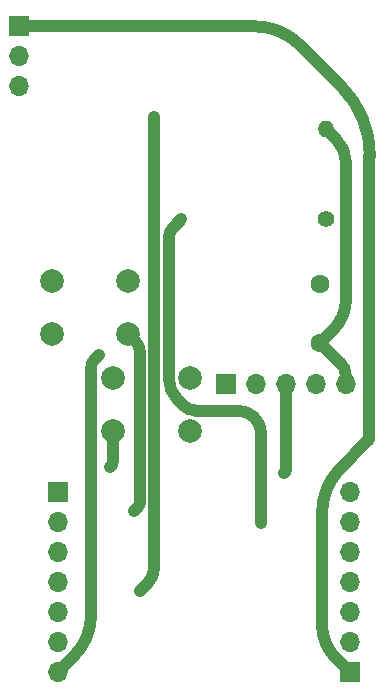
<source format=gbl>
%TF.GenerationSoftware,KiCad,Pcbnew,7.0.1*%
%TF.CreationDate,2023-04-13T23:50:02-04:00*%
%TF.ProjectId,YakBak-soldering-kit,59616b42-616b-42d7-936f-6c646572696e,rev?*%
%TF.SameCoordinates,Original*%
%TF.FileFunction,Copper,L2,Bot*%
%TF.FilePolarity,Positive*%
%FSLAX46Y46*%
G04 Gerber Fmt 4.6, Leading zero omitted, Abs format (unit mm)*
G04 Created by KiCad (PCBNEW 7.0.1) date 2023-04-13 23:50:02*
%MOMM*%
%LPD*%
G01*
G04 APERTURE LIST*
%TA.AperFunction,ComponentPad*%
%ADD10R,1.700000X1.700000*%
%TD*%
%TA.AperFunction,ComponentPad*%
%ADD11O,1.700000X1.700000*%
%TD*%
%TA.AperFunction,ComponentPad*%
%ADD12C,2.000000*%
%TD*%
%TA.AperFunction,ComponentPad*%
%ADD13C,1.600000*%
%TD*%
%TA.AperFunction,ComponentPad*%
%ADD14C,1.400000*%
%TD*%
%TA.AperFunction,ComponentPad*%
%ADD15O,1.400000X1.400000*%
%TD*%
%TA.AperFunction,ViaPad*%
%ADD16C,0.800000*%
%TD*%
%TA.AperFunction,Conductor*%
%ADD17C,1.000000*%
%TD*%
G04 APERTURE END LIST*
D10*
%TO.P,J2,1,Pin_1*%
%TO.N,/D0*%
X122250000Y-109660000D03*
D11*
%TO.P,J2,2,Pin_2*%
%TO.N,/D1*%
X122250000Y-107120000D03*
%TO.P,J2,3,Pin_3*%
%TO.N,/D2*%
X122250000Y-104580000D03*
%TO.P,J2,4,Pin_4*%
%TO.N,/D3*%
X122250000Y-102040000D03*
%TO.P,J2,5,Pin_5*%
%TO.N,/D4*%
X122250000Y-99500000D03*
%TO.P,J2,6,Pin_6*%
%TO.N,/D5*%
X122250000Y-96960000D03*
%TO.P,J2,7,Pin_7*%
%TO.N,/D6*%
X122250000Y-94420000D03*
%TD*%
D12*
%TO.P,SW1,1,1*%
%TO.N,GND*%
X97000000Y-76500000D03*
X103500000Y-76500000D03*
%TO.P,SW1,2,2*%
%TO.N,/D8*%
X97000000Y-81000000D03*
X103500000Y-81000000D03*
%TD*%
D10*
%TO.P,J1,1,Pin_1*%
%TO.N,/D7*%
X97500000Y-94420000D03*
D11*
%TO.P,J1,2,Pin_2*%
%TO.N,/D8*%
X97500000Y-96960000D03*
%TO.P,J1,3,Pin_3*%
%TO.N,/D9*%
X97500000Y-99500000D03*
%TO.P,J1,4,Pin_4*%
%TO.N,/D10*%
X97500000Y-102040000D03*
%TO.P,J1,5,Pin_5*%
%TO.N,+3.3V*%
X97500000Y-104580000D03*
%TO.P,J1,6,Pin_6*%
%TO.N,GND*%
X97500000Y-107120000D03*
%TO.P,J1,7,Pin_7*%
%TO.N,+5V*%
X97500000Y-109660000D03*
%TD*%
D12*
%TO.P,SW2,1,1*%
%TO.N,GND*%
X102212000Y-84750000D03*
X108712000Y-84750000D03*
%TO.P,SW2,2,2*%
%TO.N,/D7*%
X102212000Y-89250000D03*
X108712000Y-89250000D03*
%TD*%
D13*
%TO.P,C1,1*%
%TO.N,Net-(U3-A+)*%
X119750000Y-81750000D03*
%TO.P,C1,2*%
%TO.N,GND*%
X119750000Y-76750000D03*
%TD*%
D10*
%TO.P,U2,1,OUT*%
%TO.N,/D0*%
X94250000Y-54960000D03*
D11*
%TO.P,U2,2,GND*%
%TO.N,GND*%
X94250000Y-57500000D03*
%TO.P,U2,3,VCC*%
%TO.N,+3.3V*%
X94250000Y-60040000D03*
%TD*%
D14*
%TO.P,R1,1*%
%TO.N,/D10*%
X120250000Y-71310000D03*
D15*
%TO.P,R1,2*%
%TO.N,Net-(U3-A+)*%
X120250000Y-63690000D03*
%TD*%
D10*
%TO.P,U3,1,GND*%
%TO.N,GND*%
X111760000Y-85250000D03*
D11*
%TO.P,U3,2,Vin*%
%TO.N,+5V*%
X114300000Y-85250000D03*
%TO.P,U3,3,Shutdown*%
%TO.N,/D9*%
X116840000Y-85250000D03*
%TO.P,U3,4,A-*%
%TO.N,GND*%
X119380000Y-85250000D03*
%TO.P,U3,5,A+*%
%TO.N,Net-(U3-A+)*%
X121920000Y-85250000D03*
%TD*%
D16*
%TO.N,+5V*%
X100965000Y-82804000D03*
%TO.N,/D7*%
X101925000Y-92273000D03*
%TO.N,/D8*%
X104000000Y-96000000D03*
%TO.N,/D9*%
X116688000Y-92812000D03*
%TO.N,/D10*%
X107950000Y-71310000D03*
X114750000Y-97028000D03*
%TO.N,+3.3V*%
X104500000Y-102750000D03*
X105700000Y-62662696D03*
%TD*%
D17*
%TO.N,Net-(U3-A+)*%
X119750000Y-81750000D02*
X120835000Y-80665000D01*
X121085000Y-64525000D02*
X120250000Y-63690000D01*
X121920000Y-84585000D02*
X121920000Y-85250000D01*
X121920000Y-78045578D02*
X121920000Y-66540868D01*
X121449773Y-83449773D02*
X119750000Y-81750000D01*
X121920013Y-66540868D02*
G75*
G03*
X121085000Y-64525000I-2850913J-32D01*
G01*
X120835006Y-80665006D02*
G75*
G03*
X121920000Y-78045578I-2619406J2619406D01*
G01*
X121919985Y-84585000D02*
G75*
G03*
X121449772Y-83449774I-1605485J0D01*
G01*
%TO.N,+5V*%
X98915000Y-108245000D02*
X97500000Y-109660000D01*
X100965000Y-82804000D02*
X100647500Y-83121500D01*
X100330000Y-83888012D02*
X100330000Y-104828887D01*
X100647496Y-83121496D02*
G75*
G03*
X100330000Y-83888012I766504J-766504D01*
G01*
X98915004Y-108245004D02*
G75*
G03*
X100330000Y-104828887I-3416104J3416104D01*
G01*
%TO.N,/D0*%
X121069000Y-108479000D02*
X122250000Y-109660000D01*
X123832439Y-89908560D02*
X123825000Y-89916000D01*
X123839879Y-89880079D02*
X123839879Y-65960930D01*
X119888000Y-96194390D02*
X119888000Y-105627813D01*
X114174036Y-54960000D02*
X94250000Y-54960000D01*
X123839879Y-89911642D02*
X123839879Y-89946154D01*
X121331985Y-92499081D02*
X123808035Y-90023030D01*
X118021792Y-56553792D02*
X121510902Y-60042902D01*
X119887995Y-105627813D02*
G75*
G03*
X121069001Y-108478999I4032205J13D01*
G01*
X118021784Y-56553800D02*
G75*
G03*
X114174036Y-54960000I-3847784J-3847800D01*
G01*
X123839814Y-89911641D02*
G75*
G03*
X123832439Y-89908560I-4314J41D01*
G01*
X121331976Y-92499072D02*
G75*
G03*
X119888001Y-96194390I4014624J-3698528D01*
G01*
X123952026Y-65936234D02*
G75*
G03*
X121510902Y-60042902I-8334526J-66D01*
G01*
X123808050Y-90023045D02*
G75*
G03*
X123839879Y-89946154I-76850J76845D01*
G01*
%TO.N,/D7*%
X102068500Y-92129500D02*
X101925000Y-92273000D01*
X102212000Y-91783060D02*
X102212000Y-89250000D01*
X102068512Y-92129512D02*
G75*
G03*
X102212000Y-91783060I-346412J346412D01*
G01*
%TO.N,/D8*%
X104000000Y-81500000D02*
X103500000Y-81000000D01*
X104000000Y-96000000D02*
X104250000Y-95750000D01*
X104500000Y-95146446D02*
X104500000Y-82707106D01*
X104249986Y-95749986D02*
G75*
G03*
X104500000Y-95146446I-603586J603586D01*
G01*
X104499997Y-82707106D02*
G75*
G03*
X104000000Y-81500000I-1707097J6D01*
G01*
%TO.N,/D9*%
X116688000Y-92812000D02*
X116764000Y-92736000D01*
X116840000Y-92552519D02*
X116840000Y-85250000D01*
X116763994Y-92735994D02*
G75*
G03*
X116840000Y-92552519I-183494J183494D01*
G01*
%TO.N,/D10*%
X114750000Y-97028000D02*
X114750000Y-89499998D01*
X106900000Y-84716327D02*
X106900000Y-72889120D01*
X107679000Y-86597000D02*
X108130500Y-87048500D01*
X107630002Y-71651769D02*
X107651001Y-71620342D01*
X107950000Y-71310000D02*
X107751728Y-71508271D01*
X112750001Y-87500000D02*
X109220517Y-87500000D01*
X107244001Y-72058627D02*
X107534547Y-71768081D01*
X106899989Y-84716327D02*
G75*
G03*
X107679000Y-86597000I2659711J27D01*
G01*
X107243990Y-72058616D02*
G75*
G03*
X106900000Y-72889120I830510J-830484D01*
G01*
X107534541Y-71768075D02*
G75*
G03*
X107630001Y-71651769I-542841J542875D01*
G01*
X107751728Y-71508271D02*
G75*
G03*
X107698501Y-71561956I6212172J-6212329D01*
G01*
X114750000Y-89499998D02*
G75*
G03*
X112750001Y-87500000I-2000000J-2D01*
G01*
X107698500Y-71561955D02*
G75*
G03*
X107651001Y-71620342I286200J-281345D01*
G01*
X108130495Y-87048505D02*
G75*
G03*
X109220517Y-87500000I1090005J1090005D01*
G01*
%TO.N,+3.3V*%
X105100000Y-102150000D02*
X104500000Y-102750000D01*
X105700000Y-62662696D02*
X105700000Y-100701471D01*
X105100008Y-102150008D02*
G75*
G03*
X105700000Y-100701471I-1448508J1448508D01*
G01*
%TD*%
M02*

</source>
